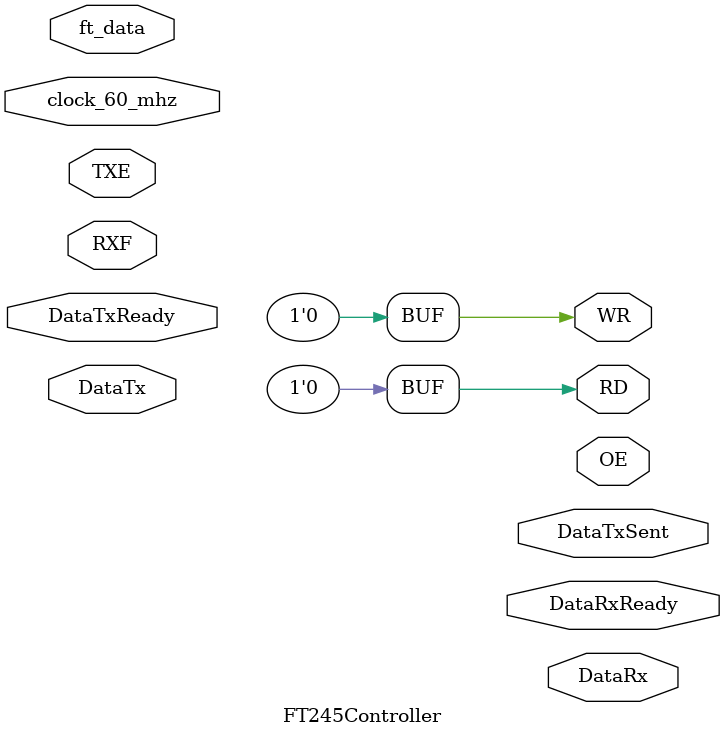
<source format=v>
`timescale 1ns / 1ps


module FT245Controller(
    // FTDI 245 Facing IO
    inout wire [7:0] ft_data,       // Bidirection data
    input wire RXF,                 // recieve full - active low
    input wire TXE,                 // transmit empty - active low
    output reg RD,                  // read data from fifo - active low
    output reg WR,                  // write data to fifio - active low
    
    // Sync 245 specific.
    input wire clock_60_mhz,
    output reg OE,
    
    // Implementation Facing IO
    output reg DataRxReady,          // Pulses High when data is good.
    output reg [7:0] DataRx,         // Data recieved
    
    input wire DataTxReady,          // Assert high when sending data
    input wire [7:0] DataTx,         // Data to transmit
    output reg DataTxSent            // Pulses High when data is sent.
    
    );
    
    initial begin
        WR <= 0;
        RD <= 0;
    end
    
    
endmodule

</source>
